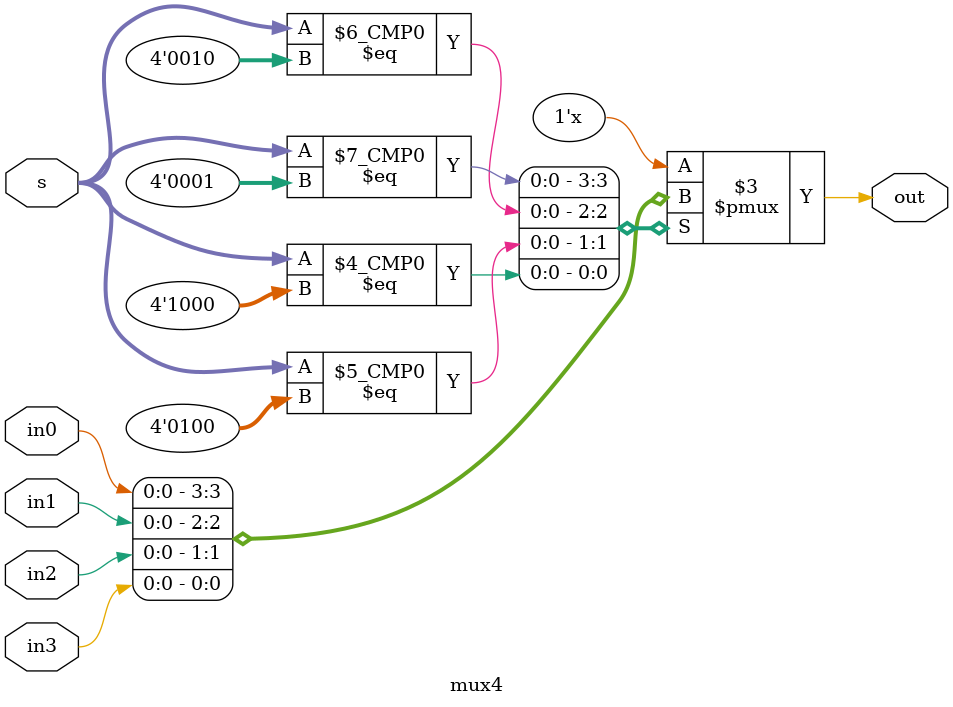
<source format=sv>
module datapath(clk,   
                readnum,
                vsel,

                loada,
                loadb,
                shift,
                asel,
                bsel,

                ALUop,
                loadc,
                loads,
                writenum,
                write,

                mdata,
                sximm8,
                sximm5,
                PC,

                C,
                status_out
                );

    input [3:0] vsel;
    input write, clk, loada, loadb, asel, bsel, loads, loadc;
    input [1:0] shift, ALUop;
    input [2:0] writenum, readnum;

    input [15:0] mdata;
    input [15:0] sximm8;
    input [15:0] sximm5;
    input [7:0] PC;
    
    output [15:0] C;
    output [2:0] status_out;
    
    wire [15:0] data_in, data_out, in, sout, RA, Bin, Ain, out;
    wire [2:0] status;

    // instantiate 16 bit writeback multiplexer, corresponds to component 9 on diagram
    mux4 #(16) writeback_mux(mdata, sximm8, {8'b0000_0000, PC}, C, vsel, data_in);
    
    // instantiate 16 bit source operand multiplexer, corresponds to component 6 on diagram
    mux2 #(16) mux_A(RA, 16'b0, asel, Ain);    

    // instantiate 16 bit source operand multiplexer, corresponds to component 7 on diagram
    mux2 #(16) mux_B(sout, sximm5, bsel, Bin);

    // instantiate shifter unit, corresponds to component 8 on diagram
    shifter U1(in, shift, sout);
    
    // instantiate ALU unit, corresponds to component 2 on diagram
    ALU U2(Ain, Bin, ALUop, out, status);

    // instantiate regfile, corresponds to component 1 on diagram
    regfile REGFILE(data_in, writenum, write, readnum, clk, data_out);

    // instantaiate load enabled register A, corresponds to component 3 on diagram
    LE_reg #(16) registerA(data_out, loada, clk, RA);

    // instantiate load enabled register B, corresponds to component 4 on diagram
    LE_reg #(16) registerB(data_out, loadb, clk, in);

    //instantaite load enabled register C, corresponds to component 5 on diagram
    LE_reg #(16) registerC(out, loadc, clk, C);

    // instantiates status register, corresponds to component 10 on diagram
    LE_reg #(3) register_status(status, loads, clk, status_out);

endmodule

// parametrized 4 input multiplexer definition
module mux4(in0, in1, in2, in3, s, out);
    parameter n = 1;
    input [n-1: 0] in0;
    input [n-1: 0] in1;
    input [n-1: 0] in2;
    input [n-1: 0] in3;
    input [3:0] s;
    output reg [n-1: 0] out;

    //if select is 0, then out should be in0 (the input marked to be outputted when select is set to 0), 
    //otherwise select should be 1 and output is in1 (the input marked to be outputted when select is set to 1)
    always_comb begin
        case(s) 
            4'b0001: out = in0;
            4'b0010: out = in1;
            4'b0100: out = in2;
            4'b1000: out = in3;
            default: out = {n{1'bx}};
        endcase
    end
endmodule

</source>
